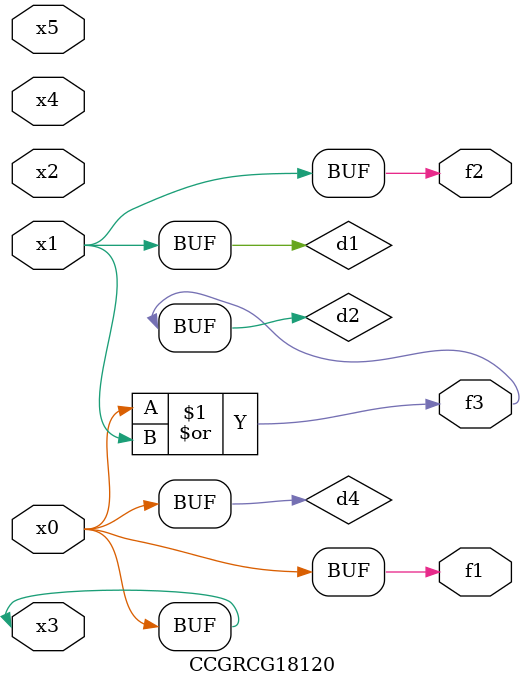
<source format=v>
module CCGRCG18120(
	input x0, x1, x2, x3, x4, x5,
	output f1, f2, f3
);

	wire d1, d2, d3, d4;

	and (d1, x1);
	or (d2, x0, x1);
	nand (d3, x0, x5);
	buf (d4, x0, x3);
	assign f1 = d4;
	assign f2 = d1;
	assign f3 = d2;
endmodule

</source>
